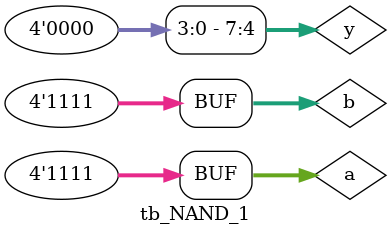
<source format=sv>
module AND_GATE_PRO_N (input logic [3:0] A,B, output logic [3:0] C);
assign C = A&B;
endmodule

module INV_GATE_PRO_N (input logic [3:0] a, output logic [7:0] c);
assign c = {4'b0,~a};
endmodule

module NAND_GATE_PRO (input logic [3:0] A, B, output logic [7:0] C);
logic [3:0] Y;
AND_GATE_PRO_N andgate(A,B,Y);
INV_GATE_PRO_N invgate(Y,C);

assign C[4]=1'b0;
assign C[5]=1'b0;
assign C[6]=1'b0;
assign C[7]=1'b0;

endmodule

module tb_NAND_1();

logic [3:0] a,b; //inputs
logic [7:0] y; //outputs

//instantiate device under test
NAND_GATE_PRO dut(a,b,y);

//initial values
initial begin
    for (int i =0; i<16; i = i+1) begin
        a = i;
        for (int j = 0; j<16; j = j+1) begin
            b = j;
            #10;
        end
        #10;
    end
end

assign y[4]=1'b0;
assign y[5]=1'b0;
assign y[6]=1'b0;
assign y[7]=1'b0;

endmodule

</source>
